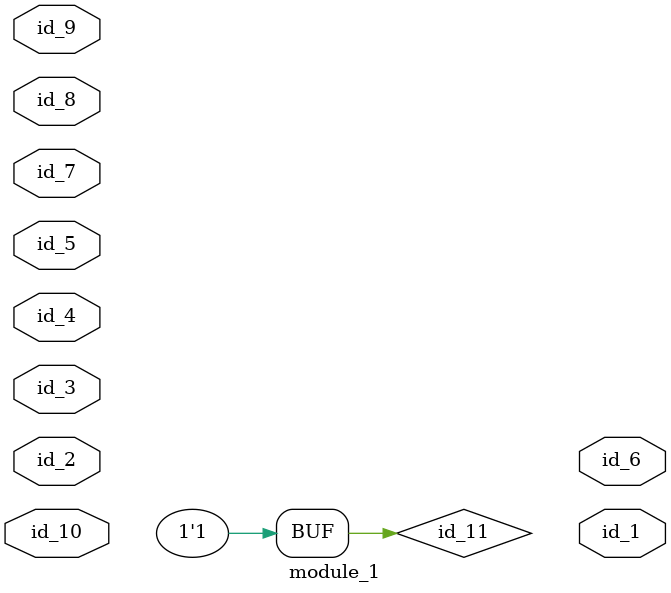
<source format=v>
module module_0 ();
  supply1 id_1;
  assign module_1.id_11 = 0;
  assign id_1 = 1'b0;
endmodule
module module_1 (
    id_1,
    id_2,
    id_3,
    id_4,
    id_5,
    id_6,
    id_7,
    id_8,
    id_9,
    id_10
);
  inout wire id_10;
  input wire id_9;
  inout wire id_8;
  inout wire id_7;
  output wire id_6;
  input wire id_5;
  inout wire id_4;
  inout wire id_3;
  input wire id_2;
  output wire id_1;
  wand id_11 = 1;
  module_0 modCall_1 ();
endmodule

</source>
